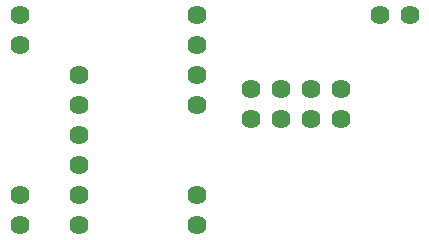
<source format=gbr>
%TF.GenerationSoftware,KiCad,Pcbnew,5.1.9-73d0e3b20d~88~ubuntu20.04.1*%
%TF.CreationDate,2020-12-29T15:57:48-08:00*%
%TF.ProjectId,st_adapter,73745f61-6461-4707-9465-722e6b696361,A*%
%TF.SameCoordinates,Original*%
%TF.FileFunction,Soldermask,Bot*%
%TF.FilePolarity,Negative*%
%FSLAX46Y46*%
G04 Gerber Fmt 4.6, Leading zero omitted, Abs format (unit mm)*
G04 Created by KiCad (PCBNEW 5.1.9-73d0e3b20d~88~ubuntu20.04.1) date 2020-12-29 15:57:48*
%MOMM*%
%LPD*%
G01*
G04 APERTURE LIST*
%ADD10C,1.620000*%
G04 APERTURE END LIST*
D10*
%TO.C,CN2A*%
X101270000Y-91520000D03*
X98730000Y-91520000D03*
X83250000Y-106760000D03*
X83250000Y-109300000D03*
X83250000Y-99140000D03*
X83250000Y-96600000D03*
X83250000Y-94060000D03*
X83250000Y-91520000D03*
X68250000Y-106760000D03*
X68250000Y-109300000D03*
X73250000Y-109300000D03*
X73250000Y-106760000D03*
X73250000Y-104220000D03*
X73250000Y-101680000D03*
X73250000Y-99140000D03*
X73250000Y-96600000D03*
X68250000Y-94060000D03*
X68250000Y-91520000D03*
%TD*%
%TO.C,CN1*%
X87815000Y-100370000D03*
X90355000Y-100370000D03*
X92895000Y-100370000D03*
X95435000Y-100370000D03*
X87815000Y-97830000D03*
X90355000Y-97830000D03*
X92895000Y-97830000D03*
X95435000Y-97830000D03*
%TD*%
M02*

</source>
